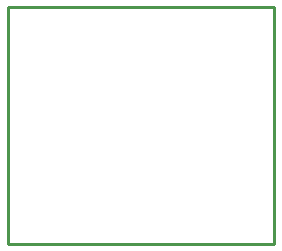
<source format=gbr>
G04*
G04 #@! TF.GenerationSoftware,Altium Limited,Altium Designer,24.1.2 (44)*
G04*
G04 Layer_Color=16711935*
%FSLAX44Y44*%
%MOMM*%
G71*
G04*
G04 #@! TF.SameCoordinates,A2382F87-94EC-413F-B423-03D83E9679FE*
G04*
G04*
G04 #@! TF.FilePolarity,Positive*
G04*
G01*
G75*
%ADD13C,0.2540*%
D13*
X0Y0D02*
X225000D01*
X0Y200000D02*
X225000D01*
Y0D02*
Y200000D01*
X0Y0D02*
Y200000D01*
M02*

</source>
